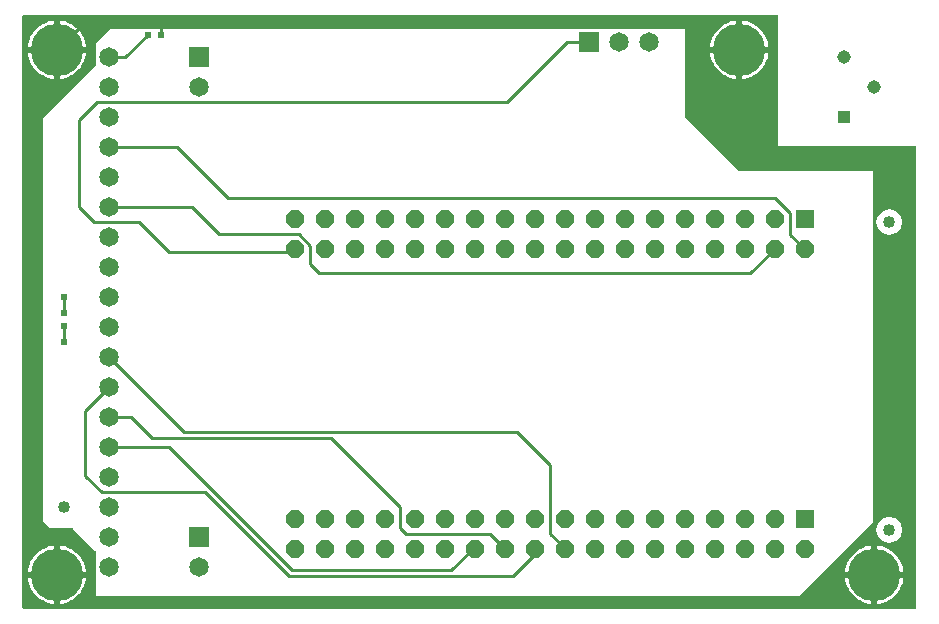
<source format=gbr>
G04 EAGLE Gerber RS-274X export*
G75*
%MOMM*%
%FSLAX34Y34*%
%LPD*%
%INTop Copper*%
%IPPOS*%
%AMOC8*
5,1,8,0,0,1.08239X$1,22.5*%
G01*
%ADD10R,1.651000X1.651000*%
%ADD11C,1.651000*%
%ADD12C,4.445000*%
%ADD13C,1.016000*%
%ADD14R,0.508000X0.609600*%
%ADD15R,1.140000X1.140000*%
%ADD16C,1.140000*%
%ADD17R,1.524000X1.524000*%
%ADD18P,1.649562X8X202.500000*%
%ADD19R,0.609600X0.508000*%
%ADD20C,0.254000*%
%ADD21C,0.609600*%

G36*
X759444Y393818D02*
X759444Y393818D01*
X759437Y393937D01*
X759424Y393975D01*
X759419Y394016D01*
X759376Y394126D01*
X759339Y394239D01*
X759317Y394274D01*
X759302Y394311D01*
X759233Y394407D01*
X759169Y394508D01*
X759139Y394536D01*
X759116Y394569D01*
X759024Y394645D01*
X758937Y394726D01*
X758902Y394746D01*
X758871Y394771D01*
X758763Y394822D01*
X758659Y394880D01*
X758619Y394890D01*
X758583Y394907D01*
X758466Y394929D01*
X758351Y394959D01*
X758291Y394963D01*
X758271Y394967D01*
X758250Y394965D01*
X758190Y394969D01*
X642619Y394969D01*
X642619Y504190D01*
X642604Y504308D01*
X642597Y504427D01*
X642584Y504465D01*
X642579Y504506D01*
X642536Y504616D01*
X642499Y504729D01*
X642477Y504764D01*
X642462Y504801D01*
X642393Y504897D01*
X642329Y504998D01*
X642299Y505026D01*
X642276Y505059D01*
X642184Y505135D01*
X642097Y505216D01*
X642062Y505236D01*
X642031Y505261D01*
X641923Y505312D01*
X641819Y505370D01*
X641779Y505380D01*
X641743Y505397D01*
X641626Y505419D01*
X641511Y505449D01*
X641451Y505453D01*
X641431Y505457D01*
X641410Y505455D01*
X641350Y505459D01*
X3810Y505459D01*
X3692Y505444D01*
X3573Y505437D01*
X3535Y505424D01*
X3494Y505419D01*
X3384Y505376D01*
X3271Y505339D01*
X3236Y505317D01*
X3199Y505302D01*
X3103Y505233D01*
X3002Y505169D01*
X2974Y505139D01*
X2941Y505116D01*
X2865Y505024D01*
X2784Y504937D01*
X2764Y504902D01*
X2739Y504871D01*
X2688Y504763D01*
X2630Y504659D01*
X2620Y504619D01*
X2603Y504583D01*
X2581Y504466D01*
X2551Y504351D01*
X2547Y504291D01*
X2543Y504271D01*
X2545Y504250D01*
X2541Y504190D01*
X2541Y3810D01*
X2556Y3692D01*
X2563Y3573D01*
X2576Y3535D01*
X2581Y3494D01*
X2624Y3384D01*
X2661Y3271D01*
X2683Y3236D01*
X2698Y3199D01*
X2767Y3103D01*
X2831Y3002D01*
X2861Y2974D01*
X2884Y2941D01*
X2976Y2865D01*
X3063Y2784D01*
X3098Y2764D01*
X3129Y2739D01*
X3237Y2688D01*
X3341Y2630D01*
X3381Y2620D01*
X3417Y2603D01*
X3534Y2581D01*
X3649Y2551D01*
X3709Y2547D01*
X3729Y2543D01*
X3750Y2545D01*
X3810Y2541D01*
X758190Y2541D01*
X758308Y2556D01*
X758427Y2563D01*
X758465Y2576D01*
X758506Y2581D01*
X758616Y2624D01*
X758729Y2661D01*
X758764Y2683D01*
X758801Y2698D01*
X758897Y2767D01*
X758998Y2831D01*
X759026Y2861D01*
X759059Y2884D01*
X759135Y2976D01*
X759216Y3063D01*
X759236Y3098D01*
X759261Y3129D01*
X759312Y3237D01*
X759370Y3341D01*
X759380Y3381D01*
X759397Y3417D01*
X759419Y3534D01*
X759449Y3649D01*
X759453Y3709D01*
X759457Y3729D01*
X759455Y3750D01*
X759459Y3810D01*
X759459Y393700D01*
X759444Y393818D01*
G37*
%LPC*%
G36*
X64398Y462653D02*
X64398Y462653D01*
X64458Y462731D01*
X64526Y462803D01*
X64555Y462856D01*
X64592Y462904D01*
X64632Y462995D01*
X64680Y463081D01*
X64695Y463140D01*
X64719Y463196D01*
X64734Y463294D01*
X64759Y463389D01*
X64765Y463489D01*
X64769Y463510D01*
X64767Y463522D01*
X64769Y463550D01*
X64769Y482074D01*
X76726Y494031D01*
X563881Y494031D01*
X563881Y419100D01*
X563893Y419002D01*
X563896Y418903D01*
X563913Y418845D01*
X563921Y418784D01*
X563957Y418692D01*
X563985Y418597D01*
X564015Y418545D01*
X564038Y418489D01*
X564096Y418409D01*
X564146Y418323D01*
X564212Y418248D01*
X564224Y418231D01*
X564234Y418224D01*
X564253Y418203D01*
X608703Y373753D01*
X608781Y373692D01*
X608853Y373624D01*
X608906Y373595D01*
X608954Y373558D01*
X609045Y373518D01*
X609131Y373470D01*
X609190Y373455D01*
X609246Y373431D01*
X609344Y373416D01*
X609439Y373391D01*
X609539Y373385D01*
X609560Y373381D01*
X609572Y373383D01*
X609600Y373381D01*
X722631Y373381D01*
X722631Y76726D01*
X659874Y13969D01*
X64769Y13969D01*
X64769Y50800D01*
X64757Y50898D01*
X64754Y50997D01*
X64737Y51055D01*
X64729Y51116D01*
X64693Y51208D01*
X64665Y51303D01*
X64635Y51355D01*
X64612Y51411D01*
X64554Y51491D01*
X64504Y51577D01*
X64438Y51652D01*
X64426Y51669D01*
X64416Y51676D01*
X64398Y51698D01*
X45348Y70748D01*
X45269Y70808D01*
X45197Y70876D01*
X45144Y70905D01*
X45096Y70942D01*
X45005Y70982D01*
X44919Y71030D01*
X44860Y71045D01*
X44804Y71069D01*
X44706Y71084D01*
X44611Y71109D01*
X44511Y71115D01*
X44490Y71119D01*
X44478Y71117D01*
X44450Y71119D01*
X25926Y71119D01*
X20319Y76726D01*
X20319Y418574D01*
X64398Y462653D01*
G37*
%LPD*%
%LPC*%
G36*
X731068Y320619D02*
X731068Y320619D01*
X727019Y324668D01*
X725536Y330200D01*
X727019Y335732D01*
X731068Y339781D01*
X736600Y341264D01*
X742132Y339781D01*
X746181Y335732D01*
X747664Y330200D01*
X746181Y324668D01*
X742132Y320619D01*
X736600Y319136D01*
X731068Y320619D01*
G37*
%LPD*%
%LPC*%
G36*
X731068Y60269D02*
X731068Y60269D01*
X727019Y64318D01*
X725536Y69850D01*
X727019Y75382D01*
X731068Y79431D01*
X736600Y80914D01*
X742132Y79431D01*
X746181Y75382D01*
X747664Y69850D01*
X746181Y64318D01*
X742132Y60269D01*
X736600Y58786D01*
X731068Y60269D01*
G37*
%LPD*%
%LPC*%
G36*
X612139Y478789D02*
X612139Y478789D01*
X612139Y500886D01*
X613755Y500704D01*
X616467Y500085D01*
X619092Y499167D01*
X621599Y497960D01*
X623954Y496480D01*
X626129Y494745D01*
X628095Y492779D01*
X629830Y490604D01*
X631310Y488249D01*
X632517Y485742D01*
X633435Y483117D01*
X634054Y480405D01*
X634236Y478789D01*
X612139Y478789D01*
G37*
%LPD*%
%LPC*%
G36*
X34289Y478789D02*
X34289Y478789D01*
X34289Y500886D01*
X35905Y500704D01*
X38617Y500085D01*
X41242Y499167D01*
X43749Y497960D01*
X46104Y496480D01*
X48279Y494745D01*
X50245Y492779D01*
X51980Y490604D01*
X53460Y488249D01*
X54667Y485742D01*
X55585Y483117D01*
X56204Y480405D01*
X56386Y478789D01*
X34289Y478789D01*
G37*
%LPD*%
%LPC*%
G36*
X726439Y34289D02*
X726439Y34289D01*
X726439Y56386D01*
X728055Y56204D01*
X730767Y55585D01*
X733392Y54667D01*
X735899Y53460D01*
X738254Y51980D01*
X740429Y50245D01*
X742395Y48279D01*
X744130Y46104D01*
X745610Y43749D01*
X746817Y41242D01*
X747735Y38617D01*
X748354Y35905D01*
X748536Y34289D01*
X726439Y34289D01*
G37*
%LPD*%
%LPC*%
G36*
X34289Y34289D02*
X34289Y34289D01*
X34289Y56386D01*
X35905Y56204D01*
X38617Y55585D01*
X41242Y54667D01*
X43749Y53460D01*
X46104Y51980D01*
X48279Y50245D01*
X50245Y48279D01*
X51980Y46104D01*
X53460Y43749D01*
X54667Y41242D01*
X55585Y38617D01*
X56204Y35905D01*
X56386Y34289D01*
X34289Y34289D01*
G37*
%LPD*%
%LPC*%
G36*
X584964Y478789D02*
X584964Y478789D01*
X585146Y480405D01*
X585765Y483117D01*
X586683Y485742D01*
X587890Y488249D01*
X589370Y490604D01*
X591105Y492779D01*
X593071Y494745D01*
X595246Y496480D01*
X597601Y497960D01*
X600108Y499167D01*
X602733Y500085D01*
X605445Y500704D01*
X607061Y500886D01*
X607061Y478789D01*
X584964Y478789D01*
G37*
%LPD*%
%LPC*%
G36*
X7114Y478789D02*
X7114Y478789D01*
X7296Y480405D01*
X7915Y483117D01*
X8833Y485742D01*
X10040Y488249D01*
X11520Y490604D01*
X13255Y492779D01*
X15221Y494745D01*
X17396Y496480D01*
X19751Y497960D01*
X22258Y499167D01*
X24883Y500085D01*
X27595Y500704D01*
X29211Y500886D01*
X29211Y478789D01*
X7114Y478789D01*
G37*
%LPD*%
%LPC*%
G36*
X34289Y473711D02*
X34289Y473711D01*
X56386Y473711D01*
X56204Y472095D01*
X55585Y469383D01*
X54667Y466758D01*
X53460Y464251D01*
X51980Y461896D01*
X50245Y459721D01*
X48279Y457755D01*
X46104Y456020D01*
X43749Y454540D01*
X41242Y453333D01*
X38617Y452415D01*
X35905Y451796D01*
X34289Y451614D01*
X34289Y473711D01*
G37*
%LPD*%
%LPC*%
G36*
X612139Y473711D02*
X612139Y473711D01*
X634236Y473711D01*
X634054Y472095D01*
X633435Y469383D01*
X632517Y466758D01*
X631310Y464251D01*
X629830Y461896D01*
X628095Y459721D01*
X626129Y457755D01*
X623954Y456020D01*
X621599Y454540D01*
X619092Y453333D01*
X616467Y452415D01*
X613755Y451796D01*
X612139Y451614D01*
X612139Y473711D01*
G37*
%LPD*%
%LPC*%
G36*
X699264Y34289D02*
X699264Y34289D01*
X699446Y35905D01*
X700065Y38617D01*
X700983Y41242D01*
X702190Y43749D01*
X703670Y46104D01*
X705405Y48279D01*
X707371Y50245D01*
X709546Y51980D01*
X711901Y53460D01*
X714408Y54667D01*
X717033Y55585D01*
X719745Y56204D01*
X721361Y56386D01*
X721361Y34289D01*
X699264Y34289D01*
G37*
%LPD*%
%LPC*%
G36*
X7114Y34289D02*
X7114Y34289D01*
X7296Y35905D01*
X7915Y38617D01*
X8833Y41242D01*
X10040Y43749D01*
X11520Y46104D01*
X13255Y48279D01*
X15221Y50245D01*
X17396Y51980D01*
X19751Y53460D01*
X22258Y54667D01*
X24883Y55585D01*
X27595Y56204D01*
X29211Y56386D01*
X29211Y34289D01*
X7114Y34289D01*
G37*
%LPD*%
%LPC*%
G36*
X34289Y29211D02*
X34289Y29211D01*
X56386Y29211D01*
X56204Y27595D01*
X55585Y24883D01*
X54667Y22258D01*
X53460Y19751D01*
X51980Y17396D01*
X50245Y15221D01*
X48279Y13255D01*
X46104Y11520D01*
X43749Y10040D01*
X41242Y8833D01*
X38617Y7915D01*
X35905Y7296D01*
X34289Y7114D01*
X34289Y29211D01*
G37*
%LPD*%
%LPC*%
G36*
X726439Y29211D02*
X726439Y29211D01*
X748536Y29211D01*
X748354Y27595D01*
X747735Y24883D01*
X746817Y22258D01*
X745610Y19751D01*
X744130Y17396D01*
X742395Y15221D01*
X740429Y13255D01*
X738254Y11520D01*
X735899Y10040D01*
X733392Y8833D01*
X730767Y7915D01*
X728055Y7296D01*
X726439Y7114D01*
X726439Y29211D01*
G37*
%LPD*%
%LPC*%
G36*
X27595Y451796D02*
X27595Y451796D01*
X24883Y452415D01*
X22258Y453333D01*
X19751Y454540D01*
X17396Y456020D01*
X15221Y457755D01*
X13255Y459721D01*
X11520Y461896D01*
X10040Y464251D01*
X8833Y466758D01*
X7915Y469383D01*
X7296Y472095D01*
X7114Y473711D01*
X29211Y473711D01*
X29211Y451614D01*
X27595Y451796D01*
G37*
%LPD*%
%LPC*%
G36*
X605445Y451796D02*
X605445Y451796D01*
X602733Y452415D01*
X600108Y453333D01*
X597601Y454540D01*
X595246Y456020D01*
X593071Y457755D01*
X591105Y459721D01*
X589370Y461896D01*
X587890Y464251D01*
X586683Y466758D01*
X585765Y469383D01*
X585146Y472095D01*
X584964Y473711D01*
X607061Y473711D01*
X607061Y451614D01*
X605445Y451796D01*
G37*
%LPD*%
%LPC*%
G36*
X27595Y7296D02*
X27595Y7296D01*
X24883Y7915D01*
X22258Y8833D01*
X19751Y10040D01*
X17396Y11520D01*
X15221Y13255D01*
X13255Y15221D01*
X11520Y17396D01*
X10040Y19751D01*
X8833Y22258D01*
X7915Y24883D01*
X7296Y27595D01*
X7114Y29211D01*
X29211Y29211D01*
X29211Y7114D01*
X27595Y7296D01*
G37*
%LPD*%
%LPC*%
G36*
X719745Y7296D02*
X719745Y7296D01*
X717033Y7915D01*
X714408Y8833D01*
X711901Y10040D01*
X709546Y11520D01*
X707371Y13255D01*
X705405Y15221D01*
X703670Y17396D01*
X702190Y19751D01*
X700983Y22258D01*
X700065Y24883D01*
X699446Y27595D01*
X699264Y29211D01*
X721361Y29211D01*
X721361Y7114D01*
X719745Y7296D01*
G37*
%LPD*%
%LPC*%
G36*
X31749Y476249D02*
X31749Y476249D01*
X31749Y476251D01*
X31751Y476251D01*
X31751Y476249D01*
X31749Y476249D01*
G37*
%LPD*%
%LPC*%
G36*
X609599Y476249D02*
X609599Y476249D01*
X609599Y476251D01*
X609601Y476251D01*
X609601Y476249D01*
X609599Y476249D01*
G37*
%LPD*%
%LPC*%
G36*
X31749Y31749D02*
X31749Y31749D01*
X31749Y31751D01*
X31751Y31751D01*
X31751Y31749D01*
X31749Y31749D01*
G37*
%LPD*%
%LPC*%
G36*
X723899Y31749D02*
X723899Y31749D01*
X723899Y31751D01*
X723901Y31751D01*
X723901Y31749D01*
X723899Y31749D01*
G37*
%LPD*%
D10*
X482600Y482600D03*
D11*
X508000Y482600D03*
X533400Y482600D03*
D12*
X31750Y31750D03*
X31750Y476250D03*
X723900Y31750D03*
X609600Y476250D03*
D10*
X152400Y63500D03*
D11*
X152400Y38100D03*
D10*
X152400Y469900D03*
D11*
X152400Y444500D03*
D13*
X38100Y88900D03*
X736600Y69850D03*
D14*
X38100Y242062D03*
X38100Y253238D03*
D15*
X698500Y419100D03*
D16*
X723900Y444500D03*
X698500Y469900D03*
D11*
X76200Y444500D03*
X76200Y419100D03*
X76200Y393700D03*
X76200Y368300D03*
X76200Y342900D03*
X76200Y317500D03*
X76200Y292100D03*
X76200Y266700D03*
X76200Y241300D03*
X76200Y215900D03*
X76200Y190500D03*
X76200Y165100D03*
X76200Y139700D03*
X76200Y114300D03*
X76200Y88900D03*
X76200Y63500D03*
X76200Y38100D03*
X76200Y469900D03*
D17*
X664800Y333000D03*
D18*
X664800Y307600D03*
X639400Y333000D03*
X639400Y307600D03*
X614000Y333000D03*
X614000Y307600D03*
X588600Y333000D03*
X588600Y307600D03*
X563200Y333000D03*
X563200Y307600D03*
X537800Y333000D03*
X537800Y307600D03*
X512400Y333000D03*
X512400Y307600D03*
X487000Y333000D03*
X487000Y307600D03*
X461600Y333000D03*
X461600Y307600D03*
X436200Y333000D03*
X436200Y307600D03*
X410800Y333000D03*
X410800Y307600D03*
X385400Y333000D03*
X385400Y307600D03*
X360000Y333000D03*
X360000Y307600D03*
X334600Y333000D03*
X334600Y307600D03*
X309200Y333000D03*
X309200Y307600D03*
X283800Y333000D03*
X283800Y307600D03*
X258400Y333000D03*
X258400Y307600D03*
X233000Y333000D03*
X233000Y307600D03*
D17*
X664800Y79000D03*
D18*
X664800Y53600D03*
X639400Y79000D03*
X639400Y53600D03*
X614000Y79000D03*
X614000Y53600D03*
X588600Y79000D03*
X588600Y53600D03*
X563200Y79000D03*
X563200Y53600D03*
X537800Y79000D03*
X537800Y53600D03*
X512400Y79000D03*
X512400Y53600D03*
X487000Y79000D03*
X487000Y53600D03*
X461600Y79000D03*
X461600Y53600D03*
X436200Y79000D03*
X436200Y53600D03*
X410800Y79000D03*
X410800Y53600D03*
X385400Y79000D03*
X385400Y53600D03*
X360000Y79000D03*
X360000Y53600D03*
X334600Y79000D03*
X334600Y53600D03*
X309200Y79000D03*
X309200Y53600D03*
X283800Y79000D03*
X283800Y53600D03*
X258400Y79000D03*
X258400Y53600D03*
X233000Y79000D03*
X233000Y53600D03*
D13*
X736600Y330200D03*
D19*
X108712Y488950D03*
X119888Y488950D03*
D20*
X76200Y444500D02*
X69850Y444500D01*
X38100Y242062D02*
X38100Y228600D01*
D21*
X38100Y228600D03*
D20*
X482600Y312000D02*
X483025Y311575D01*
X76835Y88265D02*
X76200Y88900D01*
X89662Y469900D02*
X108712Y488950D01*
X89662Y469900D02*
X76200Y469900D01*
X38100Y266700D02*
X38100Y253238D01*
D21*
X38100Y266700D03*
D20*
X230200Y304800D02*
X233000Y307600D01*
X230200Y304800D02*
X127000Y304800D01*
X101600Y330200D01*
X63500Y330200D01*
X50800Y416560D02*
X66040Y431800D01*
X412750Y431800D02*
X463550Y482600D01*
X482600Y482600D01*
X412750Y431800D02*
X66040Y431800D01*
X50800Y342900D02*
X63500Y330200D01*
X50800Y342900D02*
X50800Y416560D01*
X652780Y319620D02*
X664800Y307600D01*
X652780Y337820D02*
X640080Y350520D01*
X133350Y393700D02*
X76200Y393700D01*
X652780Y337820D02*
X652780Y319620D01*
X640080Y350520D02*
X176530Y350520D01*
X133350Y393700D01*
X618820Y287020D02*
X639400Y307600D01*
X246380Y310385D02*
X246380Y294640D01*
X146050Y342900D02*
X76200Y342900D01*
X146050Y342900D02*
X168910Y320040D01*
X246380Y294640D02*
X254000Y287020D01*
X618820Y287020D01*
X246380Y310385D02*
X236725Y320040D01*
X168910Y320040D01*
X76200Y215900D02*
X139700Y152400D01*
X421640Y152400D01*
X449580Y124460D02*
X449580Y66040D01*
X461600Y54020D02*
X461600Y53600D01*
X461600Y54020D02*
X449580Y66040D01*
X449580Y124460D02*
X421640Y152400D01*
X76200Y190500D02*
X55880Y170180D01*
X436200Y53600D02*
X436200Y48850D01*
X55880Y115570D02*
X55880Y170180D01*
X55880Y115570D02*
X69850Y101600D01*
X157480Y101600D01*
X228600Y30480D01*
X417830Y30480D01*
X436200Y48850D01*
X94416Y165100D02*
X76200Y165100D01*
X94416Y165100D02*
X112196Y147320D01*
X264160Y147320D01*
X322580Y88900D01*
X322580Y71120D02*
X327660Y66040D01*
X398360Y66040D01*
X410800Y53600D01*
X322580Y71120D02*
X322580Y88900D01*
X127000Y139700D02*
X76200Y139700D01*
X127000Y139700D02*
X231140Y35560D01*
X383800Y53600D02*
X385400Y53600D01*
X365760Y35560D02*
X231140Y35560D01*
X365760Y35560D02*
X383800Y53600D01*
X119888Y488950D02*
X119688Y488950D01*
X119888Y488950D02*
X119888Y496062D01*
X114300Y501650D01*
X57150Y501650D02*
X31750Y476250D01*
X57150Y501650D02*
X114300Y501650D01*
M02*

</source>
